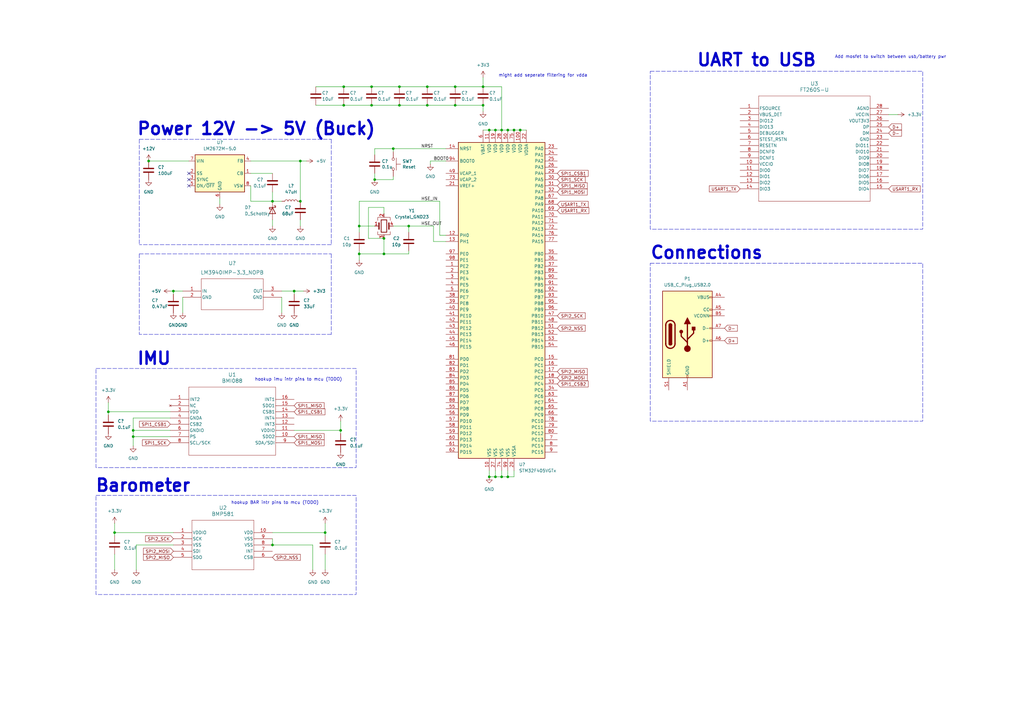
<source format=kicad_sch>
(kicad_sch (version 20231120) (generator "eeschema") (generator_version "8.0")
  (paper "A3")
  (lib_symbols
    (symbol "+3.3V_1" (power) (pin_numbers hide) (pin_names (offset 0) hide)
      (property "Value" "+3.3V" (at 0 3.556 0))
      (symbol "+3.3V_1_0_1"
        (polyline (pts (xy -0.762 1.27) (xy 0 2.54)))
        (polyline (pts (xy 0 0) (xy 0 2.54)))
        (polyline (pts (xy 0 2.54) (xy 0.762 1.27)))
      )
      (symbol "+3.3V_1_1_1"
        (pin power_in line (at 0 0 90) (length 0) (name "~") (number "1"))
      )
    )
    (symbol "+3.3V_2" (power) (pin_numbers hide) (pin_names (offset 0) hide)
      (property "Value" "+3.3V" (at 0 3.556 0))
      (symbol "+3.3V_2_0_1"
        (polyline (pts (xy -0.762 1.27) (xy 0 2.54)))
        (polyline (pts (xy 0 0) (xy 0 2.54)))
        (polyline (pts (xy 0 2.54) (xy 0.762 1.27)))
      )
      (symbol "+3.3V_2_1_1"
        (pin power_in line (at 0 0 90) (length 0) (name "~") (number "1"))
      )
    )
    (symbol "2024-07-02_00-57-41:LM3940IMP-3.3_NOPB" (pin_names (offset 0.254))
      (property "Reference" "U" (at 20.32 10.16 0))
      (property "Value" "LM3940IMP-3.3/NOPB" (at 20.32 7.62 0))
      (symbol "LM3940IMP-3.3_NOPB_0_1"
        (polyline (pts (xy 7.62 -7.62) (xy 33.02 -7.62)) (stroke (width 0.127)))
        (polyline (pts (xy 7.62 5.08) (xy 7.62 -7.62)) (stroke (width 0.127)))
        (polyline (pts (xy 33.02 -7.62) (xy 33.02 5.08)) (stroke (width 0.127)))
        (polyline (pts (xy 33.02 5.08) (xy 7.62 5.08)) (stroke (width 0.127)))
        (pin input line (at 0 0 0) (length 7.62) (name "IN") (number "1"))
        (pin passive line (at 0 -2.54 0) (length 7.62) (name "GND") (number "2"))
        (pin output line (at 40.64 0 180) (length 7.62) (name "OUT") (number "3"))
        (pin passive line (at 40.64 -2.54 180) (length 7.62) (name "GND") (number "4"))
      )
    )
    (symbol "2024-07-02_03-58-38:BMI088" (pin_names (offset 0.254))
      (property "Reference" "U" (at 25.4 10.16 0))
      (property "Value" "BMI088" (at 25.4 7.62 0))
      (symbol "BMI088_0_1"
        (polyline (pts (xy 7.62 -22.86) (xy 43.18 -22.86)) (stroke (width 0.127)))
        (polyline (pts (xy 7.62 5.08) (xy 7.62 -22.86)) (stroke (width 0.127)))
        (polyline (pts (xy 43.18 -22.86) (xy 43.18 5.08)) (stroke (width 0.127)))
        (polyline (pts (xy 43.18 5.08) (xy 7.62 5.08)) (stroke (width 0.127)))
        (pin bidirectional line (at 0 0 0) (length 7.62) (name "INT2") (number "1"))
        (pin bidirectional line (at 50.8 -15.24 180) (length 7.62) (name "SDO2") (number "10"))
        (pin power_in line (at 50.8 -12.7 180) (length 7.62) (name "VDDIO") (number "11"))
        (pin bidirectional line (at 50.8 -10.16 180) (length 7.62) (name "INT3") (number "12"))
        (pin bidirectional line (at 50.8 -7.62 180) (length 7.62) (name "INT4") (number "13"))
        (pin bidirectional line (at 50.8 -5.08 180) (length 7.62) (name "CSB1") (number "14"))
        (pin bidirectional line (at 50.8 -2.54 180) (length 7.62) (name "SDO1") (number "15"))
        (pin bidirectional line (at 50.8 0 180) (length 7.62) (name "INT1") (number "16"))
        (pin no_connect line (at 0 -2.54 0) (length 7.62) (name "NC") (number "2"))
        (pin power_in line (at 0 -5.08 0) (length 7.62) (name "VDD") (number "3"))
        (pin power_out line (at 0 -7.62 0) (length 7.62) (name "GNDA") (number "4"))
        (pin bidirectional line (at 0 -10.16 0) (length 7.62) (name "CSB2") (number "5"))
        (pin power_out line (at 0 -12.7 0) (length 7.62) (name "GNDIO") (number "6"))
        (pin unspecified line (at 0 -15.24 0) (length 7.62) (name "PS") (number "7"))
        (pin unspecified line (at 0 -17.78 0) (length 7.62) (name "SCL/SCK") (number "8"))
        (pin unspecified line (at 50.8 -17.78 180) (length 7.62) (name "SDA/SDI") (number "9"))
      )
    )
    (symbol "2024-07-02_16-23-39:BMP581" (pin_names (offset 0.254))
      (property "Reference" "U" (at 20.32 10.16 0))
      (property "Value" "BMP581" (at 20.32 7.62 0))
      (symbol "BMP581_0_1"
        (polyline (pts (xy 7.62 -15.24) (xy 33.02 -15.24)) (stroke (width 0.127)))
        (polyline (pts (xy 7.62 5.08) (xy 7.62 -15.24)) (stroke (width 0.127)))
        (polyline (pts (xy 33.02 -15.24) (xy 33.02 5.08)) (stroke (width 0.127)))
        (polyline (pts (xy 33.02 5.08) (xy 7.62 5.08)) (stroke (width 0.127)))
        (pin power_in line (at 0 0 0) (length 7.62) (name "VDDIO") (number "1"))
        (pin power_in line (at 40.64 0 180) (length 7.62) (name "VDD") (number "10"))
        (pin unspecified line (at 0 -2.54 0) (length 7.62) (name "SCK") (number "2"))
        (pin power_out line (at 0 -5.08 0) (length 7.62) (name "VSS") (number "3"))
        (pin unspecified line (at 0 -7.62 0) (length 7.62) (name "SDI") (number "4"))
        (pin unspecified line (at 0 -10.16 0) (length 7.62) (name "SDO") (number "5"))
        (pin unspecified line (at 40.64 -10.16 180) (length 7.62) (name "CSB") (number "6"))
        (pin input line (at 40.64 -7.62 180) (length 7.62) (name "INT") (number "7"))
        (pin power_out line (at 40.64 -5.08 180) (length 7.62) (name "VSS") (number "8"))
        (pin power_out line (at 40.64 -2.54 180) (length 7.62) (name "VSS") (number "9"))
      )
    )
    (symbol "2024-07-02_20-43-40:FT260S-U" (pin_names (offset 0.254))
      (property "Reference" "U" (at 30.48 10.16 0))
      (property "Value" "FT260S-U" (at 30.48 7.62 0))
      (symbol "FT260S-U_0_1"
        (polyline (pts (xy 7.62 -38.1) (xy 53.34 -38.1)) (stroke (width 0.127)))
        (polyline (pts (xy 7.62 5.08) (xy 7.62 -38.1)) (stroke (width 0.127)))
        (polyline (pts (xy 53.34 -38.1) (xy 53.34 5.08)) (stroke (width 0.127)))
        (polyline (pts (xy 53.34 5.08) (xy 7.62 5.08)) (stroke (width 0.127)))
        (pin power_in line (at 0 0 0) (length 7.62) (name "FSOURCE") (number "1"))
        (pin power_in line (at 0 -22.86 0) (length 7.62) (name "VCCIO") (number "10"))
        (pin bidirectional line (at 0 -25.4 0) (length 7.62) (name "DIO0") (number "11"))
        (pin bidirectional line (at 0 -27.94 0) (length 7.62) (name "DIO1") (number "12"))
        (pin bidirectional line (at 0 -30.48 0) (length 7.62) (name "DIO2") (number "13"))
        (pin bidirectional line (at 0 -33.02 0) (length 7.62) (name "DIO3") (number "14"))
        (pin bidirectional line (at 60.96 -33.02 180) (length 7.62) (name "DIO4") (number "15"))
        (pin bidirectional line (at 60.96 -30.48 180) (length 7.62) (name "DIO5") (number "16"))
        (pin bidirectional line (at 60.96 -27.94 180) (length 7.62) (name "DIO6") (number "17"))
        (pin bidirectional line (at 60.96 -25.4 180) (length 7.62) (name "DIO7") (number "18"))
        (pin bidirectional line (at 60.96 -22.86 180) (length 7.62) (name "DIO8") (number "19"))
        (pin input line (at 0 -2.54 0) (length 7.62) (name "VBUS_DET") (number "2"))
        (pin bidirectional line (at 60.96 -20.32 180) (length 7.62) (name "DIO9") (number "20"))
        (pin bidirectional line (at 60.96 -17.78 180) (length 7.62) (name "DIO10") (number "21"))
        (pin bidirectional line (at 60.96 -15.24 180) (length 7.62) (name "DIO11") (number "22"))
        (pin power_out line (at 60.96 -12.7 180) (length 7.62) (name "GND") (number "23"))
        (pin bidirectional line (at 60.96 -10.16 180) (length 7.62) (name "DM") (number "24"))
        (pin bidirectional line (at 60.96 -7.62 180) (length 7.62) (name "DP") (number "25"))
        (pin power_in line (at 60.96 -5.08 180) (length 7.62) (name "VOUT3V3") (number "26"))
        (pin power_in line (at 60.96 -2.54 180) (length 7.62) (name "VCCIN") (number "27"))
        (pin power_out line (at 60.96 0 180) (length 7.62) (name "AGND") (number "28"))
        (pin bidirectional line (at 0 -5.08 0) (length 7.62) (name "DIO12") (number "3"))
        (pin bidirectional line (at 0 -7.62 0) (length 7.62) (name "DIO13") (number "4"))
        (pin bidirectional line (at 0 -10.16 0) (length 7.62) (name "DEBUGGER") (number "5"))
        (pin input line (at 0 -12.7 0) (length 7.62) (name "STEST_RSTN") (number "6"))
        (pin input line (at 0 -15.24 0) (length 7.62) (name "RESETN") (number "7"))
        (pin input line (at 0 -17.78 0) (length 7.62) (name "DCNF0") (number "8"))
        (pin input line (at 0 -20.32 0) (length 7.62) (name "DCNF1") (number "9"))
      )
    )
    (symbol "Connector:USB_C_Plug_USB2.0" (pin_names (offset 1.016))
      (property "Reference" "P" (at -10.16 19.05 0))
      (property "Value" "USB_C_Plug_USB2.0" (at 12.7 19.05 0))
      (symbol "USB_C_Plug_USB2.0_0_0"
        (rectangle (start -0.254 -17.78) (end 0.254 -16.764))
        (rectangle (start 10.16 -2.286) (end 9.144 -2.794))
        (rectangle (start 10.16 2.794) (end 9.144 2.286))
        (rectangle (start 10.16 7.874) (end 9.144 7.366))
        (rectangle (start 10.16 10.414) (end 9.144 9.906))
        (rectangle (start 10.16 15.494) (end 9.144 14.986))
      )
      (symbol "USB_C_Plug_USB2.0_0_1"
        (rectangle (start -10.16 17.78) (end 10.16 -17.78) (stroke (width 0.254)) (fill (type background)))
        (arc (start -8.89 -3.81) (mid -6.985 -5.7067) (end -5.08 -3.81) (stroke (width 0.508)))
        (arc (start -7.62 -3.81) (mid -6.985 -4.4423) (end -6.35 -3.81) (stroke (width 0.254)))
        (arc (start -7.62 -3.81) (mid -6.985 -4.4423) (end -6.35 -3.81) (stroke (width 0.254)) (fill (type outline)))
        (rectangle (start -7.62 -3.81) (end -6.35 3.81) (stroke (width 0.254)) (fill (type outline)))
        (arc (start -6.35 3.81) (mid -6.985 4.4423) (end -7.62 3.81) (stroke (width 0.254)))
        (arc (start -6.35 3.81) (mid -6.985 4.4423) (end -7.62 3.81) (stroke (width 0.254)) (fill (type outline)))
        (arc (start -5.08 3.81) (mid -6.985 5.7067) (end -8.89 3.81) (stroke (width 0.508)))
        (circle (center -2.54 1.143) (radius 0.635) (stroke (width 0.254)) (fill (type outline)))
        (circle (center 0 -5.842) (radius 1.27) (fill (type outline)))
        (polyline (pts (xy -8.89 -3.81) (xy -8.89 3.81)) (stroke (width 0.508)))
        (polyline (pts (xy -5.08 3.81) (xy -5.08 -3.81)) (stroke (width 0.508)))
        (polyline (pts (xy 0 -5.842) (xy 0 4.318)) (stroke (width 0.508)))
        (polyline (pts (xy 0 -3.302) (xy -2.54 -0.762) (xy -2.54 0.508)) (stroke (width 0.508)))
        (polyline (pts (xy 0 -2.032) (xy 2.54 0.508) (xy 2.54 1.778)) (stroke (width 0.508)))
        (polyline (pts (xy -1.27 4.318) (xy 0 6.858) (xy 1.27 4.318) (xy -1.27 4.318)) (stroke (width 0.254)) (fill (type outline)))
        (rectangle (start 1.905 1.778) (end 3.175 3.048) (stroke (width 0.254)) (fill (type outline)))
      )
      (symbol "USB_C_Plug_USB2.0_1_1"
        (pin passive line (at 0 -22.86 90) (length 5.08) (name "GND") (number "A1"))
        (pin passive line (at 0 -22.86 90) (length 5.08) hide (name "GND") (number "A12"))
        (pin passive line (at 15.24 15.24 180) (length 5.08) (name "VBUS") (number "A4"))
        (pin bidirectional line (at 15.24 10.16 180) (length 5.08) (name "CC") (number "A5"))
        (pin bidirectional line (at 15.24 -2.54 180) (length 5.08) (name "D+") (number "A6"))
        (pin bidirectional line (at 15.24 2.54 180) (length 5.08) (name "D-") (number "A7"))
        (pin passive line (at 15.24 15.24 180) (length 5.08) hide (name "VBUS") (number "A9"))
        (pin passive line (at 0 -22.86 90) (length 5.08) hide (name "GND") (number "B1"))
        (pin passive line (at 0 -22.86 90) (length 5.08) hide (name "GND") (number "B12"))
        (pin passive line (at 15.24 15.24 180) (length 5.08) hide (name "VBUS") (number "B4"))
        (pin bidirectional line (at 15.24 7.62 180) (length 5.08) (name "VCONN") (number "B5"))
        (pin passive line (at 15.24 15.24 180) (length 5.08) hide (name "VBUS") (number "B9"))
        (pin passive line (at -7.62 -22.86 90) (length 5.08) (name "SHIELD") (number "S1"))
      )
    )
    (symbol "Device:C" (pin_numbers hide) (pin_names (offset 0.254))
      (property "Reference" "C" (at 0.635 2.54 0))
      (property "Value" "C" (at 0.635 -2.54 0))
      (symbol "C_0_1"
        (polyline (pts (xy -2.032 -0.762) (xy 2.032 -0.762)) (stroke (width 0.508)))
        (polyline (pts (xy -2.032 0.762) (xy 2.032 0.762)) (stroke (width 0.508)))
      )
      (symbol "C_1_1"
        (pin passive line (at 0 3.81 270) (length 2.794) (name "~") (number "1"))
        (pin passive line (at 0 -3.81 90) (length 2.794) (name "~") (number "2"))
      )
    )
    (symbol "Device:Crystal_GND23" (pin_names (offset 1.016) hide)
      (property "Reference" "Y" (at 3.175 5.08 0))
      (property "Value" "Crystal_GND23" (at 3.175 3.175 0))
      (symbol "Crystal_GND23_0_1"
        (rectangle (start -1.143 2.54) (end 1.143 -2.54) (stroke (width 0.3048)))
        (polyline (pts (xy -2.54 0) (xy -2.032 0)))
        (polyline (pts (xy -2.032 -1.27) (xy -2.032 1.27)) (stroke (width 0.508)))
        (polyline (pts (xy 0 -3.81) (xy 0 -3.556)))
        (polyline (pts (xy 0 3.556) (xy 0 3.81)))
        (polyline (pts (xy 2.032 -1.27) (xy 2.032 1.27)) (stroke (width 0.508)))
        (polyline (pts (xy 2.032 0) (xy 2.54 0)))
        (polyline (pts (xy -2.54 -2.286) (xy -2.54 -3.556) (xy 2.54 -3.556) (xy 2.54 -2.286)))
        (polyline (pts (xy -2.54 2.286) (xy -2.54 3.556) (xy 2.54 3.556) (xy 2.54 2.286)))
      )
      (symbol "Crystal_GND23_1_1"
        (pin passive line (at -3.81 0 0) (length 1.27) (name "1") (number "1"))
        (pin passive line (at 0 5.08 270) (length 1.27) (name "2") (number "2"))
        (pin passive line (at 0 -5.08 90) (length 1.27) (name "3") (number "3"))
        (pin passive line (at 3.81 0 180) (length 1.27) (name "4") (number "4"))
      )
    )
    (symbol "Device:D_Schottky" (pin_numbers hide) (pin_names (offset 1.016) hide)
      (property "Reference" "D" (at 0 2.54 0))
      (property "Value" "D_Schottky" (at 0 -2.54 0))
      (symbol "D_Schottky_0_1"
        (polyline (pts (xy 1.27 0) (xy -1.27 0)))
        (polyline (pts (xy 1.27 1.27) (xy 1.27 -1.27) (xy -1.27 0) (xy 1.27 1.27)) (stroke (width 0.254)))
        (polyline (pts (xy -1.905 0.635) (xy -1.905 1.27) (xy -1.27 1.27) (xy -1.27 -1.27) (xy -0.635 -1.27) (xy -0.635 -0.635)) (stroke (width 0.254)))
      )
      (symbol "D_Schottky_1_1"
        (pin passive line (at -3.81 0 0) (length 2.54) (name "K") (number "1"))
        (pin passive line (at 3.81 0 180) (length 2.54) (name "A") (number "2"))
      )
    )
    (symbol "Device:L" (pin_numbers hide) (pin_names (offset 1.016) hide)
      (property "Reference" "L" (at -1.27 0 90))
      (property "Value" "L" (at 1.905 0 90))
      (symbol "L_0_1"
        (arc (start 0 -2.54) (mid 0.6323 -1.905) (end 0 -1.27))
        (arc (start 0 -1.27) (mid 0.6323 -0.635) (end 0 0))
        (arc (start 0 0) (mid 0.6323 0.635) (end 0 1.27))
        (arc (start 0 1.27) (mid 0.6323 1.905) (end 0 2.54))
      )
      (symbol "L_1_1"
        (pin passive line (at 0 3.81 270) (length 1.27) (name "1") (number "1"))
        (pin passive line (at 0 -3.81 90) (length 1.27) (name "2") (number "2"))
      )
    )
    (symbol "GND_1" (power) (pin_numbers hide) (pin_names (offset 0) hide)
      (property "Value" "GND" (at 0 -3.81 0))
      (symbol "GND_1_0_1"
        (polyline (pts (xy 0 0) (xy 0 -1.27) (xy 1.27 -1.27) (xy 0 -2.54) (xy -1.27 -1.27) (xy 0 -1.27)))
      )
      (symbol "GND_1_1_1"
        (pin power_in line (at 0 0 270) (length 0) (name "~") (number "1"))
      )
    )
    (symbol "GND_2" (power) (pin_numbers hide) (pin_names (offset 0) hide)
      (property "Value" "GND" (at 0 -3.81 0))
      (symbol "GND_2_0_1"
        (polyline (pts (xy 0 0) (xy 0 -1.27) (xy 1.27 -1.27) (xy 0 -2.54) (xy -1.27 -1.27) (xy 0 -1.27)))
      )
      (symbol "GND_2_1_1"
        (pin power_in line (at 0 0 270) (length 0) (name "~") (number "1"))
      )
    )
    (symbol "GND_3" (power) (pin_numbers hide) (pin_names (offset 0) hide)
      (property "Value" "GND" (at 0 -3.81 0))
      (symbol "GND_3_0_1"
        (polyline (pts (xy 0 0) (xy 0 -1.27) (xy 1.27 -1.27) (xy 0 -2.54) (xy -1.27 -1.27) (xy 0 -1.27)))
      )
      (symbol "GND_3_1_1"
        (pin power_in line (at 0 0 270) (length 0) (name "~") (number "1"))
      )
    )
    (symbol "MCU_ST_STM32F4:STM32F405VGTx"
      (property "Reference" "U" (at -17.78 64.77 0))
      (property "Value" "STM32F405VGTx" (at 12.7 64.77 0))
      (symbol "STM32F405VGTx_0_1"
        (rectangle (start -17.78 -66.04) (end 17.78 63.5) (stroke (width 0.254)) (fill (type background)))
      )
      (symbol "STM32F405VGTx_1_1"
        (pin bidirectional line (at -22.86 12.7 0) (length 5.08) (name "PE2") (number "1"))
        (pin power_in line (at -5.08 -71.12 90) (length 5.08) (name "VSS") (number "10"))
        (pin power_in line (at 7.62 68.58 270) (length 5.08) (name "VDD") (number "100"))
        (pin power_in line (at -5.08 68.58 270) (length 5.08) (name "VDD") (number "11"))
        (pin input line (at -22.86 25.4 0) (length 5.08) (name "PH0") (number "12"))
        (pin input line (at -22.86 22.86 0) (length 5.08) (name "PH1") (number "13"))
        (pin input line (at -22.86 60.96 0) (length 5.08) (name "NRST") (number "14"))
        (pin bidirectional line (at 22.86 -25.4 180) (length 5.08) (name "PC0") (number "15"))
        (pin bidirectional line (at 22.86 -27.94 180) (length 5.08) (name "PC1") (number "16"))
        (pin bidirectional line (at 22.86 -30.48 180) (length 5.08) (name "PC2") (number "17"))
        (pin bidirectional line (at 22.86 -33.02 180) (length 5.08) (name "PC3") (number "18"))
        (pin power_in line (at -2.54 68.58 270) (length 5.08) (name "VDD") (number "19"))
        (pin bidirectional line (at -22.86 10.16 0) (length 5.08) (name "PE3") (number "2"))
        (pin power_in line (at 5.08 -71.12 90) (length 5.08) (name "VSSA") (number "20"))
        (pin power_in line (at -22.86 45.72 0) (length 5.08) (name "VREF+") (number "21"))
        (pin power_in line (at 10.16 68.58 270) (length 5.08) (name "VDDA") (number "22"))
        (pin bidirectional line (at 22.86 60.96 180) (length 5.08) (name "PA0") (number "23"))
        (pin bidirectional line (at 22.86 58.42 180) (length 5.08) (name "PA1") (number "24"))
        (pin bidirectional line (at 22.86 55.88 180) (length 5.08) (name "PA2") (number "25"))
        (pin bidirectional line (at 22.86 53.34 180) (length 5.08) (name "PA3") (number "26"))
        (pin power_in line (at -2.54 -71.12 90) (length 5.08) (name "VSS") (number "27"))
        (pin power_in line (at 0 68.58 270) (length 5.08) (name "VDD") (number "28"))
        (pin bidirectional line (at 22.86 50.8 180) (length 5.08) (name "PA4") (number "29"))
        (pin bidirectional line (at -22.86 7.62 0) (length 5.08) (name "PE4") (number "3"))
        (pin bidirectional line (at 22.86 48.26 180) (length 5.08) (name "PA5") (number "30"))
        (pin bidirectional line (at 22.86 45.72 180) (length 5.08) (name "PA6") (number "31"))
        (pin bidirectional line (at 22.86 43.18 180) (length 5.08) (name "PA7") (number "32"))
        (pin bidirectional line (at 22.86 -35.56 180) (length 5.08) (name "PC4") (number "33"))
        (pin bidirectional line (at 22.86 -38.1 180) (length 5.08) (name "PC5") (number "34"))
        (pin bidirectional line (at 22.86 17.78 180) (length 5.08) (name "PB0") (number "35"))
        (pin bidirectional line (at 22.86 15.24 180) (length 5.08) (name "PB1") (number "36"))
        (pin bidirectional line (at 22.86 12.7 180) (length 5.08) (name "PB2") (number "37"))
        (pin bidirectional line (at -22.86 0 0) (length 5.08) (name "PE7") (number "38"))
        (pin bidirectional line (at -22.86 -2.54 0) (length 5.08) (name "PE8") (number "39"))
        (pin bidirectional line (at -22.86 5.08 0) (length 5.08) (name "PE5") (number "4"))
        (pin bidirectional line (at -22.86 -5.08 0) (length 5.08) (name "PE9") (number "40"))
        (pin bidirectional line (at -22.86 -7.62 0) (length 5.08) (name "PE10") (number "41"))
        (pin bidirectional line (at -22.86 -10.16 0) (length 5.08) (name "PE11") (number "42"))
        (pin bidirectional line (at -22.86 -12.7 0) (length 5.08) (name "PE12") (number "43"))
        (pin bidirectional line (at -22.86 -15.24 0) (length 5.08) (name "PE13") (number "44"))
        (pin bidirectional line (at -22.86 -17.78 0) (length 5.08) (name "PE14") (number "45"))
        (pin bidirectional line (at -22.86 -20.32 0) (length 5.08) (name "PE15") (number "46"))
        (pin bidirectional line (at 22.86 -7.62 180) (length 5.08) (name "PB10") (number "47"))
        (pin bidirectional line (at 22.86 -10.16 180) (length 5.08) (name "PB11") (number "48"))
        (pin power_in line (at -22.86 50.8 0) (length 5.08) (name "VCAP_1") (number "49"))
        (pin bidirectional line (at -22.86 2.54 0) (length 5.08) (name "PE6") (number "5"))
        (pin power_in line (at 2.54 68.58 270) (length 5.08) (name "VDD") (number "50"))
        (pin bidirectional line (at 22.86 -12.7 180) (length 5.08) (name "PB12") (number "51"))
        (pin bidirectional line (at 22.86 -15.24 180) (length 5.08) (name "PB13") (number "52"))
        (pin bidirectional line (at 22.86 -17.78 180) (length 5.08) (name "PB14") (number "53"))
        (pin bidirectional line (at 22.86 -20.32 180) (length 5.08) (name "PB15") (number "54"))
        (pin bidirectional line (at -22.86 -45.72 0) (length 5.08) (name "PD8") (number "55"))
        (pin bidirectional line (at -22.86 -48.26 0) (length 5.08) (name "PD9") (number "56"))
        (pin bidirectional line (at -22.86 -50.8 0) (length 5.08) (name "PD10") (number "57"))
        (pin bidirectional line (at -22.86 -53.34 0) (length 5.08) (name "PD11") (number "58"))
        (pin bidirectional line (at -22.86 -55.88 0) (length 5.08) (name "PD12") (number "59"))
        (pin power_in line (at -7.62 68.58 270) (length 5.08) (name "VBAT") (number "6"))
        (pin bidirectional line (at -22.86 -58.42 0) (length 5.08) (name "PD13") (number "60"))
        (pin bidirectional line (at -22.86 -60.96 0) (length 5.08) (name "PD14") (number "61"))
        (pin bidirectional line (at -22.86 -63.5 0) (length 5.08) (name "PD15") (number "62"))
        (pin bidirectional line (at 22.86 -40.64 180) (length 5.08) (name "PC6") (number "63"))
        (pin bidirectional line (at 22.86 -43.18 180) (length 5.08) (name "PC7") (number "64"))
        (pin bidirectional line (at 22.86 -45.72 180) (length 5.08) (name "PC8") (number "65"))
        (pin bidirectional line (at 22.86 -48.26 180) (length 5.08) (name "PC9") (number "66"))
        (pin bidirectional line (at 22.86 40.64 180) (length 5.08) (name "PA8") (number "67"))
        (pin bidirectional line (at 22.86 38.1 180) (length 5.08) (name "PA9") (number "68"))
        (pin bidirectional line (at 22.86 35.56 180) (length 5.08) (name "PA10") (number "69"))
        (pin bidirectional line (at 22.86 -58.42 180) (length 5.08) (name "PC13") (number "7"))
        (pin bidirectional line (at 22.86 33.02 180) (length 5.08) (name "PA11") (number "70"))
        (pin bidirectional line (at 22.86 30.48 180) (length 5.08) (name "PA12") (number "71"))
        (pin bidirectional line (at 22.86 27.94 180) (length 5.08) (name "PA13") (number "72"))
        (pin power_in line (at -22.86 48.26 0) (length 5.08) (name "VCAP_2") (number "73"))
        (pin power_in line (at 0 -71.12 90) (length 5.08) (name "VSS") (number "74"))
        (pin power_in line (at 5.08 68.58 270) (length 5.08) (name "VDD") (number "75"))
        (pin bidirectional line (at 22.86 25.4 180) (length 5.08) (name "PA14") (number "76"))
        (pin bidirectional line (at 22.86 22.86 180) (length 5.08) (name "PA15") (number "77"))
        (pin bidirectional line (at 22.86 -50.8 180) (length 5.08) (name "PC10") (number "78"))
        (pin bidirectional line (at 22.86 -53.34 180) (length 5.08) (name "PC11") (number "79"))
        (pin bidirectional line (at 22.86 -60.96 180) (length 5.08) (name "PC14") (number "8"))
        (pin bidirectional line (at 22.86 -55.88 180) (length 5.08) (name "PC12") (number "80"))
        (pin bidirectional line (at -22.86 -25.4 0) (length 5.08) (name "PD0") (number "81"))
        (pin bidirectional line (at -22.86 -27.94 0) (length 5.08) (name "PD1") (number "82"))
        (pin bidirectional line (at -22.86 -30.48 0) (length 5.08) (name "PD2") (number "83"))
        (pin bidirectional line (at -22.86 -33.02 0) (length 5.08) (name "PD3") (number "84"))
        (pin bidirectional line (at -22.86 -35.56 0) (length 5.08) (name "PD4") (number "85"))
        (pin bidirectional line (at -22.86 -38.1 0) (length 5.08) (name "PD5") (number "86"))
        (pin bidirectional line (at -22.86 -40.64 0) (length 5.08) (name "PD6") (number "87"))
        (pin bidirectional line (at -22.86 -43.18 0) (length 5.08) (name "PD7") (number "88"))
        (pin bidirectional line (at 22.86 10.16 180) (length 5.08) (name "PB3") (number "89"))
        (pin bidirectional line (at 22.86 -63.5 180) (length 5.08) (name "PC15") (number "9"))
        (pin bidirectional line (at 22.86 7.62 180) (length 5.08) (name "PB4") (number "90"))
        (pin bidirectional line (at 22.86 5.08 180) (length 5.08) (name "PB5") (number "91"))
        (pin bidirectional line (at 22.86 2.54 180) (length 5.08) (name "PB6") (number "92"))
        (pin bidirectional line (at 22.86 0 180) (length 5.08) (name "PB7") (number "93"))
        (pin input line (at -22.86 55.88 0) (length 5.08) (name "BOOT0") (number "94"))
        (pin bidirectional line (at 22.86 -2.54 180) (length 5.08) (name "PB8") (number "95"))
        (pin bidirectional line (at 22.86 -5.08 180) (length 5.08) (name "PB9") (number "96"))
        (pin bidirectional line (at -22.86 17.78 0) (length 5.08) (name "PE0") (number "97"))
        (pin bidirectional line (at -22.86 15.24 0) (length 5.08) (name "PE1") (number "98"))
        (pin power_in line (at 2.54 -71.12 90) (length 5.08) (name "VSS") (number "99"))
      )
    )
    (symbol "Regulator_Switching:LM2672M-5.0"
      (property "Reference" "U" (at -10.16 8.89 0))
      (property "Value" "LM2672M-5.0" (at 0 8.89 0))
      (symbol "LM2672M-5.0_0_1"
        (rectangle (start -10.16 7.62) (end 10.16 -7.62) (stroke (width 0.254)) (fill (type background)))
      )
      (symbol "LM2672M-5.0_1_1"
        (pin input line (at 12.7 0 180) (length 2.54) (name "CB") (number "1"))
        (pin input line (at -12.7 0 0) (length 2.54) (name "SS") (number "2"))
        (pin input line (at -12.7 -2.54 0) (length 2.54) (name "SYNC") (number "3"))
        (pin input line (at 12.7 5.08 180) (length 2.54) (name "FB") (number "4"))
        (pin input line (at -12.7 -5.08 0) (length 2.54) (name "ON/~{OFF}") (number "5"))
        (pin power_in line (at 0 -10.16 90) (length 2.54) (name "GND") (number "6"))
        (pin power_in line (at -12.7 5.08 0) (length 2.54) (name "VIN") (number "7"))
        (pin output line (at 12.7 -5.08 180) (length 2.54) (name "VSW") (number "8"))
      )
    )
    (symbol "Switch:SW_Push" (pin_numbers hide) (pin_names (offset 1.016) hide)
      (property "Reference" "SW" (at 1.27 2.54 0))
      (property "Value" "SW_Push" (at 0 -1.524 0))
      (symbol "SW_Push_0_1"
        (circle (center -2.032 0) (radius 0.508))
        (polyline (pts (xy 0 1.27) (xy 0 3.048)))
        (polyline (pts (xy 2.54 1.27) (xy -2.54 1.27)))
        (circle (center 2.032 0) (radius 0.508))
        (pin passive line (at -5.08 0 0) (length 2.54) (name "1") (number "1"))
        (pin passive line (at 5.08 0 180) (length 2.54) (name "2") (number "2"))
      )
    )
    (symbol "power:+12V" (power) (pin_names (offset 0))
      (property "Value" "+12V" (at 0 3.556 0))
      (symbol "+12V_0_1"
        (polyline (pts (xy -0.762 1.27) (xy 0 2.54)))
        (polyline (pts (xy 0 0) (xy 0 2.54)))
        (polyline (pts (xy 0 2.54) (xy 0.762 1.27)))
      )
      (symbol "+12V_1_1"
        (pin power_in line (at 0 0 90) (length 0) hide (name "+12V") (number "1"))
      )
    )
    (symbol "power:+3.3V" (power) (pin_names (offset 0))
      (property "Value" "+3.3V" (at 0 3.556 0))
      (symbol "+3.3V_0_1"
        (polyline (pts (xy -0.762 1.27) (xy 0 2.54)))
        (polyline (pts (xy 0 0) (xy 0 2.54)))
        (polyline (pts (xy 0 2.54) (xy 0.762 1.27)))
      )
      (symbol "+3.3V_1_1"
        (pin power_in line (at 0 0 90) (length 0) hide (name "+3V3") (number "1"))
      )
    )
    (symbol "power:+5V" (power) (pin_names (offset 0))
      (property "Value" "+5V" (at 0 3.556 0))
      (symbol "+5V_0_1"
        (polyline (pts (xy -0.762 1.27) (xy 0 2.54)))
        (polyline (pts (xy 0 0) (xy 0 2.54)))
        (polyline (pts (xy 0 2.54) (xy 0.762 1.27)))
      )
      (symbol "+5V_1_1"
        (pin power_in line (at 0 0 90) (length 0) hide (name "+5V") (number "1"))
      )
    )
    (symbol "power:GND" (power) (pin_names (offset 0))
      (property "Value" "GND" (at 0 -3.81 0))
      (symbol "GND_0_1"
        (polyline (pts (xy 0 0) (xy 0 -1.27) (xy 1.27 -1.27) (xy 0 -2.54) (xy -1.27 -1.27) (xy 0 -1.27)))
      )
      (symbol "GND_1_1"
        (pin power_in line (at 0 0 270) (length 0) hide (name "GND") (number "1"))
      )
    )
  )
  (junction (at 208.28 53.34))
  (junction (at 198.12 43.18))
  (junction (at 133.35 218.44))
  (junction (at 140.97 43.18))
  (junction (at 152.4 35.56))
  (junction (at 54.61 179.07))
  (junction (at 163.83 43.18))
  (junction (at 123.19 82.55))
  (junction (at 203.2 53.34))
  (junction (at 139.7 176.53))
  (junction (at 205.74 195.58))
  (junction (at 152.4 43.18))
  (junction (at 208.28 195.58))
  (junction (at 71.12 119.38))
  (junction (at 186.69 35.56))
  (junction (at 198.12 35.56))
  (junction (at 123.19 66.04))
  (junction (at 140.97 35.56))
  (junction (at 157.48 97.79))
  (junction (at 200.66 53.34))
  (junction (at 147.32 104.14))
  (junction (at 111.76 223.52))
  (junction (at 60.96 66.04))
  (junction (at 111.76 82.55))
  (junction (at 175.26 35.56))
  (junction (at 186.69 43.18))
  (junction (at 200.66 195.58))
  (junction (at 205.74 53.34))
  (junction (at 213.36 53.34))
  (junction (at 161.29 60.96))
  (junction (at 147.32 92.71))
  (junction (at 120.65 119.38))
  (junction (at 46.99 218.44))
  (junction (at 54.61 176.53))
  (junction (at 203.2 195.58))
  (junction (at 163.83 35.56))
  (junction (at 167.64 92.71))
  (junction (at 157.48 104.14))
  (junction (at 44.45 168.91))
  (junction (at 210.82 53.34))
  (junction (at 175.26 43.18))
  (junction (at 153.67 73.66))
  (no_connect (at 77.47 71.12))
  (no_connect (at 77.47 73.66))
  (no_connect (at 77.47 76.2))
  (wire (pts (xy 182.88 66.04) (xy 176.53 66.04)))
  (wire (pts (xy 123.19 66.04) (xy 123.19 82.55)))
  (wire (pts (xy 44.45 165.1) (xy 44.45 168.91)))
  (wire (pts (xy 120.65 176.53) (xy 139.7 176.53)))
  (wire (pts (xy 102.87 82.55) (xy 111.76 82.55)))
  (wire (pts (xy 175.26 43.18) (xy 186.69 43.18)))
  (wire (pts (xy 153.67 71.12) (xy 153.67 73.66)))
  (wire (pts (xy 111.76 90.17) (xy 111.76 92.71)))
  (wire (pts (xy 205.74 193.04) (xy 205.74 195.58)))
  (polyline (pts (xy 135.89 100.33) (xy 57.15 100.33)) (stroke (width 0) (type dash)))
  (polyline (pts (xy 135.89 104.14) (xy 135.89 137.16)) (stroke (width 0) (type dash)))
  (wire (pts (xy 205.74 35.56) (xy 198.12 35.56)))
  (wire (pts (xy 147.32 95.25) (xy 147.32 92.71)))
  (wire (pts (xy 115.57 121.92) (xy 115.57 128.27)))
  (wire (pts (xy 208.28 193.04) (xy 208.28 195.58)))
  (wire (pts (xy 198.12 31.75) (xy 198.12 35.56)))
  (wire (pts (xy 198.12 53.34) (xy 200.66 53.34)))
  (wire (pts (xy 74.93 121.92) (xy 74.93 128.27)))
  (wire (pts (xy 55.88 223.52) (xy 71.12 223.52)))
  (wire (pts (xy 208.28 53.34) (xy 210.82 53.34)))
  (wire (pts (xy 147.32 104.14) (xy 147.32 106.68)))
  (wire (pts (xy 102.87 82.55) (xy 102.87 76.2)))
  (polyline (pts (xy 57.15 104.14) (xy 57.15 137.16)) (stroke (width 0) (type dash)))
  (wire (pts (xy 46.99 214.63) (xy 46.99 218.44)))
  (wire (pts (xy 208.28 195.58) (xy 205.74 195.58)))
  (wire (pts (xy 71.12 119.38) (xy 74.93 119.38)))
  (wire (pts (xy 102.87 66.04) (xy 123.19 66.04)))
  (wire (pts (xy 210.82 53.34) (xy 213.36 53.34)))
  (wire (pts (xy 205.74 35.56) (xy 205.74 53.34)))
  (wire (pts (xy 128.27 223.52) (xy 111.76 223.52)))
  (wire (pts (xy 147.32 102.87) (xy 147.32 104.14)))
  (wire (pts (xy 157.48 104.14) (xy 167.64 104.14)))
  (polyline (pts (xy 57.15 57.15) (xy 57.15 100.33)) (stroke (width 0) (type dash)))
  (wire (pts (xy 147.32 92.71) (xy 147.32 82.55)))
  (wire (pts (xy 198.12 43.18) (xy 198.12 45.72)))
  (wire (pts (xy 203.2 195.58) (xy 200.66 195.58)))
  (wire (pts (xy 153.67 63.5) (xy 153.67 60.96)))
  (wire (pts (xy 55.88 233.68) (xy 55.88 223.52)))
  (wire (pts (xy 205.74 195.58) (xy 203.2 195.58)))
  (wire (pts (xy 152.4 35.56) (xy 163.83 35.56)))
  (wire (pts (xy 177.8 99.06) (xy 182.88 99.06)))
  (wire (pts (xy 69.85 176.53) (xy 54.61 176.53)))
  (wire (pts (xy 54.61 171.45) (xy 54.61 176.53)))
  (wire (pts (xy 46.99 233.68) (xy 46.99 227.33)))
  (polyline (pts (xy 57.15 57.15) (xy 135.89 57.15)) (stroke (width 0) (type dash)))
  (wire (pts (xy 167.64 92.71) (xy 177.8 92.71)))
  (wire (pts (xy 203.2 193.04) (xy 203.2 195.58)))
  (wire (pts (xy 167.64 92.71) (xy 167.64 95.25)))
  (wire (pts (xy 120.65 120.65) (xy 120.65 119.38)))
  (wire (pts (xy 151.13 85.09) (xy 151.13 97.79)))
  (wire (pts (xy 163.83 43.18) (xy 175.26 43.18)))
  (wire (pts (xy 176.53 66.04) (xy 176.53 67.31)))
  (wire (pts (xy 111.76 218.44) (xy 133.35 218.44)))
  (wire (pts (xy 140.97 43.18) (xy 152.4 43.18)))
  (wire (pts (xy 147.32 82.55) (xy 180.34 82.55)))
  (wire (pts (xy 90.17 81.28) (xy 90.17 83.82)))
  (wire (pts (xy 177.8 92.71) (xy 177.8 99.06)))
  (wire (pts (xy 161.29 60.96) (xy 182.88 60.96)))
  (wire (pts (xy 128.27 233.68) (xy 128.27 223.52)))
  (wire (pts (xy 139.7 172.72) (xy 139.7 176.53)))
  (wire (pts (xy 364.49 46.99) (xy 368.3 46.99)))
  (wire (pts (xy 46.99 218.44) (xy 46.99 219.71)))
  (wire (pts (xy 153.67 73.66) (xy 161.29 73.66)))
  (wire (pts (xy 120.65 119.38) (xy 115.57 119.38)))
  (wire (pts (xy 175.26 35.56) (xy 186.69 35.56)))
  (wire (pts (xy 111.76 82.55) (xy 111.76 78.74)))
  (wire (pts (xy 213.36 53.34) (xy 215.9 53.34)))
  (wire (pts (xy 54.61 179.07) (xy 54.61 182.88)))
  (polyline (pts (xy 135.89 57.15) (xy 135.89 100.33)) (stroke (width 0) (type dash)))
  (wire (pts (xy 163.83 35.56) (xy 175.26 35.56)))
  (wire (pts (xy 147.32 92.71) (xy 153.67 92.71)))
  (wire (pts (xy 186.69 35.56) (xy 198.12 35.56)))
  (wire (pts (xy 157.48 85.09) (xy 151.13 85.09)))
  (wire (pts (xy 200.66 193.04) (xy 200.66 195.58)))
  (wire (pts (xy 210.82 195.58) (xy 208.28 195.58)))
  (wire (pts (xy 157.48 87.63) (xy 157.48 85.09)))
  (wire (pts (xy 200.66 53.34) (xy 203.2 53.34)))
  (wire (pts (xy 180.34 82.55) (xy 180.34 96.52)))
  (wire (pts (xy 69.85 179.07) (xy 54.61 179.07)))
  (wire (pts (xy 46.99 218.44) (xy 71.12 218.44)))
  (wire (pts (xy 161.29 92.71) (xy 167.64 92.71)))
  (polyline (pts (xy 135.89 137.16) (xy 57.15 137.16)) (stroke (width 0) (type dash)))
  (wire (pts (xy 153.67 60.96) (xy 161.29 60.96)))
  (wire (pts (xy 186.69 43.18) (xy 198.12 43.18)))
  (wire (pts (xy 161.29 73.66) (xy 161.29 72.39)))
  (wire (pts (xy 123.19 90.17) (xy 123.19 92.71)))
  (wire (pts (xy 203.2 53.34) (xy 205.74 53.34)))
  (wire (pts (xy 139.7 176.53) (xy 139.7 177.8)))
  (wire (pts (xy 133.35 214.63) (xy 133.35 218.44)))
  (wire (pts (xy 161.29 60.96) (xy 161.29 62.23)))
  (wire (pts (xy 151.13 97.79) (xy 157.48 97.79)))
  (wire (pts (xy 120.65 119.38) (xy 124.46 119.38)))
  (wire (pts (xy 69.85 119.38) (xy 71.12 119.38)))
  (wire (pts (xy 167.64 104.14) (xy 167.64 102.87)))
  (wire (pts (xy 147.32 104.14) (xy 157.48 104.14)))
  (wire (pts (xy 133.35 218.44) (xy 133.35 219.71)))
  (wire (pts (xy 129.54 43.18) (xy 140.97 43.18)))
  (wire (pts (xy 111.76 82.55) (xy 115.57 82.55)))
  (wire (pts (xy 140.97 35.56) (xy 152.4 35.56)))
  (wire (pts (xy 180.34 96.52) (xy 182.88 96.52)))
  (wire (pts (xy 129.54 35.56) (xy 140.97 35.56)))
  (wire (pts (xy 102.87 71.12) (xy 111.76 71.12)))
  (polyline (pts (xy 57.15 104.14) (xy 135.89 104.14)) (stroke (width 0) (type dash)))
  (wire (pts (xy 133.35 233.68) (xy 133.35 227.33)))
  (wire (pts (xy 111.76 220.98) (xy 111.76 223.52)))
  (wire (pts (xy 157.48 97.79) (xy 157.48 104.14)))
  (wire (pts (xy 205.74 53.34) (xy 208.28 53.34)))
  (wire (pts (xy 44.45 168.91) (xy 69.85 168.91)))
  (wire (pts (xy 44.45 168.91) (xy 44.45 170.18)))
  (wire (pts (xy 71.12 119.38) (xy 71.12 120.65)))
  (wire (pts (xy 123.19 66.04) (xy 125.73 66.04)))
  (wire (pts (xy 152.4 43.18) (xy 163.83 43.18)))
  (wire (pts (xy 60.96 66.04) (xy 77.47 66.04)))
  (wire (pts (xy 210.82 193.04) (xy 210.82 195.58)))
  (wire (pts (xy 69.85 171.45) (xy 54.61 171.45)))
  (wire (pts (xy 54.61 176.53) (xy 54.61 179.07)))
  (rectangle (start 39.37 151.13) (end 146.05 191.77) (stroke (width 0) (type dash)))
  (rectangle (start 39.37 203.2) (end 146.05 243.84) (stroke (width 0) (type dash)))
  (rectangle (start 266.7 107.95) (end 378.46 172.72) (stroke (width 0) (type dash)))
  (rectangle (start 266.7 29.21) (end 378.46 93.98) (stroke (width 0) (type dash)))
  (text "Connections\n" (at 266.446 106.68 0) (effects (font (size 5 5) (bold yes)) (justify left bottom)))
  (text "UART to USB\n" (at 285.496 27.686 0) (effects (font (size 5 5) (bold yes)) (justify left bottom)))
  (text "hookup BAR intr pins to mcu (TODO)\n" (at 112.776 206.248 0) (effects (font (size 1.27 1.27))))
  (text "Barometer\n" (at 38.862 202.184 0) (effects (font (size 5 5) (bold yes)) (justify left bottom)))
  (text "hookup imu intr pins to mcu (TODO)\n" (at 122.428 155.702 0) (effects (font (size 1.27 1.27))))
  (text "might add seperate filtering for vdda\n" (at 204.47 31.75 0) (effects (font (size 1.27 1.27)) (justify left bottom)))
  (text "Add mosfet to switch between usb/battery pwr" (at 365.252 23.368 0) (effects (font (size 1.27 1.27))))
  (text "Power 12V -> 5V (Buck)" (at 55.88 55.88 0) (effects (font (size 5 5) (bold yes)) (justify left bottom)))
  (text "IMU\n" (at 55.88 150.114 0) (effects (font (size 5 5) (bold yes)) (justify left bottom)))
  (label "BOOT0" (at 177.8 66.04 0))
  (label "HSE_IN" (at 172.72 82.55 0))
  (label "NRST" (at 172.72 60.96 0))
  (label "HSE_OUT" (at 172.72 92.71 0))
  (global_label "D+" (shape input) (at 297.18 139.7 0) (property "Intersheetrefs" "${INTERSHEET_REFS}" (effects (hide yes))))
  (global_label "SPI1_CSB1" (shape input) (at 120.65 168.91 0) (property "Intersheetrefs" "${INTERSHEET_REFS}" (effects (hide yes))))
  (global_label "SPI2_MISO" (shape input) (at 71.12 228.6 180) (property "Intersheetrefs" "${INTERSHEET_REFS}" (effects (hide yes))))
  (global_label "USART1_TX" (shape input) (at 303.53 77.47 180) (property "Intersheetrefs" "${INTERSHEET_REFS}" (effects (hide yes))))
  (global_label "USART1_RX" (shape input) (at 364.49 77.47 0) (property "Intersheetrefs" "${INTERSHEET_REFS}" (effects (hide yes))))
  (global_label "SPI1_MISO" (shape input) (at 120.65 166.37 0) (property "Intersheetrefs" "${INTERSHEET_REFS}" (effects (hide yes))))
  (global_label "SPI2_MOSI" (shape input) (at 71.12 226.06 180) (property "Intersheetrefs" "${INTERSHEET_REFS}" (effects (hide yes))))
  (global_label "SPI1_MISO" (shape input) (at 228.6 76.2 0) (property "Intersheetrefs" "${INTERSHEET_REFS}" (effects (hide yes))))
  (global_label "SPI1_MOSI" (shape input) (at 120.65 181.61 0) (property "Intersheetrefs" "${INTERSHEET_REFS}" (effects (hide yes))))
  (global_label "SPI2_MISO" (shape input) (at 228.6 152.4 0) (property "Intersheetrefs" "${INTERSHEET_REFS}" (effects (hide yes))))
  (global_label "USART1_RX" (shape input) (at 228.6 86.36 0) (property "Intersheetrefs" "${INTERSHEET_REFS}" (effects (hide yes))))
  (global_label "USART1_TX" (shape input) (at 228.6 83.82 0) (property "Intersheetrefs" "${INTERSHEET_REFS}" (effects (hide yes))))
  (global_label "SPI1_SCK" (shape input) (at 228.6 73.66 0) (property "Intersheetrefs" "${INTERSHEET_REFS}" (effects (hide yes))))
  (global_label "D-" (shape input) (at 297.18 134.62 0) (property "Intersheetrefs" "${INTERSHEET_REFS}" (effects (hide yes))))
  (global_label "SPI2_NSS" (shape input) (at 228.6 134.62 0) (property "Intersheetrefs" "${INTERSHEET_REFS}" (effects (hide yes))))
  (global_label "SPI2_SCK" (shape input) (at 228.6 129.54 0) (property "Intersheetrefs" "${INTERSHEET_REFS}" (effects (hide yes))))
  (global_label "D+" (shape input) (at 364.49 52.07 0) (property "Intersheetrefs" "${INTERSHEET_REFS}" (effects (hide yes))))
  (global_label "SPI1_MOSI" (shape input) (at 228.6 78.74 0) (property "Intersheetrefs" "${INTERSHEET_REFS}" (effects (hide yes))))
  (global_label "SPI1_CSB1" (shape input) (at 69.85 173.99 180) (property "Intersheetrefs" "${INTERSHEET_REFS}" (effects (hide yes))))
  (global_label "SPI2_NSS" (shape input) (at 111.76 228.6 0) (property "Intersheetrefs" "${INTERSHEET_REFS}" (effects (hide yes))))
  (global_label "D-" (shape input) (at 364.49 54.61 0) (property "Intersheetrefs" "${INTERSHEET_REFS}" (effects (hide yes))))
  (global_label "SPI1_CSB1" (shape input) (at 228.6 71.12 0) (property "Intersheetrefs" "${INTERSHEET_REFS}" (effects (hide yes))))
  (global_label "SPI2_MOSI" (shape input) (at 228.6 154.94 0) (property "Intersheetrefs" "${INTERSHEET_REFS}" (effects (hide yes))))
  (global_label "SPI1_SCK" (shape input) (at 69.85 181.61 180) (property "Intersheetrefs" "${INTERSHEET_REFS}" (effects (hide yes))))
  (global_label "SPI2_SCK" (shape input) (at 71.12 220.98 180) (property "Intersheetrefs" "${INTERSHEET_REFS}" (effects (hide yes))))
  (global_label "SPI1_CSB2" (shape input) (at 228.6 157.48 0) (property "Intersheetrefs" "${INTERSHEET_REFS}" (effects (hide yes))))
  (global_label "SPI1_MISO" (shape input) (at 120.65 179.07 0) (property "Intersheetrefs" "${INTERSHEET_REFS}" (effects (hide yes))))
  (symbol (lib_id "2024-07-02_16-23-39:BMP581") (at 71.12 218.44 0) (unit 1)
    (property "Reference" "U2" (at 91.44 208.28 0) (effects (font (size 1.524 1.524))))
    (property "Value" "BMP581" (at 91.44 210.82 0) (effects (font (size 1.524 1.524))))
    (property "Footprint" "QFN10_BMP581_BOS" (effects (hide yes)))
    (property "Datasheet" "BMP581" (effects (hide yes)))
  )
  (symbol (lib_name "GND_3") (lib_id "power:GND") (at 139.7 185.42 0) (unit 1)
    (property "Reference" "#PWR05" (effects (hide yes)))
    (property "Value" "GND" (at 139.7 190.5 0))
    (property "Description" "Power symbol creates a global label with name \"GND\" , ground" (effects (hide yes)))
  )
  (symbol (lib_id "power:+5V") (at 125.73 66.04 270) (unit 1)
    (property "Reference" "#PWR?" (effects (hide yes)))
    (property "Value" "+5V" (at 129.54 66.0399 90) (effects (justify left)))
  )
  (symbol (lib_name "+3.3V_1") (lib_id "power:+3.3V") (at 44.45 165.1 0) (unit 1)
    (property "Reference" "#PWR06" (effects (hide yes)))
    (property "Value" "+3.3V" (at 44.45 160.02 0))
    (property "Description" "Power symbol creates a global label with name \"+3.3V\"" (effects (hide yes)))
  )
  (symbol (lib_id "power:GND") (at 115.57 128.27 0) (unit 1)
    (property "Reference" "#PWR?" (effects (hide yes)))
    (property "Value" "GND" (at 115.57 133.35 0))
  )
  (symbol (lib_id "Regulator_Switching:LM2672M-5.0") (at 90.17 71.12 0) (unit 1)
    (property "Reference" "U?" (at 90.17 58.42 0))
    (property "Value" "LM2672M-5.0" (at 90.17 60.96 0))
    (property "Footprint" "Package_SO:SOIC-8_3.9x4.9mm_P1.27mm" (effects (hide yes)))
    (property "Datasheet" "http://www.ti.com/lit/ds/symlink/lm2672.pdf" (effects (hide yes)))
  )
  (symbol (lib_id "MCU_ST_STM32F4:STM32F405VGTx") (at 205.74 121.92 0) (unit 1)
    (property "Reference" "U?" (at 212.8394 190.5 0) (effects (justify left)))
    (property "Value" "STM32F405VGTx" (at 212.8394 193.04 0) (effects (justify left)))
    (property "Footprint" "Package_QFP:LQFP-100_14x14mm_P0.5mm" (effects (hide yes)))
    (property "Datasheet" "http://www.st.com/st-web-ui/static/active/en/resource/technical/document/datasheet/DM00037051.pdf" (effects (hide yes)))
  )
  (symbol (lib_id "power:GND") (at 153.67 73.66 0) (unit 1)
    (property "Reference" "#PWR?" (effects (hide yes)))
    (property "Value" "GND" (at 153.67 78.74 0))
  )
  (symbol (lib_name "+3.3V_1") (lib_id "power:+3.3V") (at 139.7 172.72 0) (unit 1)
    (property "Reference" "#PWR04" (effects (hide yes)))
    (property "Value" "+3.3V" (at 139.7 167.64 0))
    (property "Description" "Power symbol creates a global label with name \"+3.3V\"" (effects (hide yes)))
  )
  (symbol (lib_id "power:+3.3V") (at 124.46 119.38 270) (unit 1)
    (property "Reference" "#PWR?" (effects (hide yes)))
    (property "Value" "+3V3" (at 128.27 119.3799 90) (effects (justify left)))
  )
  (symbol (lib_id "Device:Crystal_GND23") (at 157.48 92.71 0) (unit 1)
    (property "Reference" "Y1" (at 168.91 86.3914 0))
    (property "Value" "Crystal_GND23" (at 168.91 88.9314 0))
    (property "Description" "Four pin crystal, GND on pins 2 and 3" (effects (hide yes)))
  )
  (symbol (lib_name "GND_3") (lib_id "power:GND") (at 55.88 233.68 0) (unit 1)
    (property "Reference" "#PWR012" (effects (hide yes)))
    (property "Value" "GND" (at 55.88 238.76 0))
    (property "Description" "Power symbol creates a global label with name \"GND\" , ground" (effects (hide yes)))
  )
  (symbol (lib_name "GND_3") (lib_id "power:GND") (at 54.61 182.88 0) (unit 1)
    (property "Reference" "#PWR03" (effects (hide yes)))
    (property "Value" "GND" (at 54.61 187.96 0))
    (property "Description" "Power symbol creates a global label with name \"GND\" , ground" (effects (hide yes)))
  )
  (symbol (lib_id "Device:C") (at 129.54 39.37 0) (unit 1)
    (property "Reference" "C?" (at 132.08 38.1 0) (effects (justify left)))
    (property "Value" "10uF" (at 132.08 40.64 0) (effects (justify left)))
  )
  (symbol (lib_id "power:+3.3V") (at 198.12 31.75 0) (unit 1)
    (property "Reference" "#PWR?" (effects (hide yes)))
    (property "Value" "+3V3" (at 198.12 26.67 0))
  )
  (symbol (lib_name "GND_3") (lib_id "power:GND") (at 46.99 233.68 0) (unit 1)
    (property "Reference" "#PWR09" (effects (hide yes)))
    (property "Value" "GND" (at 46.99 238.76 0))
    (property "Description" "Power symbol creates a global label with name \"GND\" , ground" (effects (hide yes)))
  )
  (symbol (lib_id "power:GND") (at 74.93 128.27 0) (unit 1)
    (property "Reference" "#PWR?" (effects (hide yes)))
    (property "Value" "GND" (at 74.93 133.35 0))
  )
  (symbol (lib_id "Device:C") (at 147.32 99.06 180) (unit 1)
    (property "Reference" "C1" (at 142.24 97.79 0))
    (property "Value" "10p" (at 142.24 100.33 0))
  )
  (symbol (lib_id "Device:C") (at 152.4 39.37 0) (unit 1)
    (property "Reference" "C?" (at 154.94 38.1 0) (effects (justify left)))
    (property "Value" "0.1uF" (at 154.94 40.64 0) (effects (justify left)))
  )
  (symbol (lib_id "power:+5V") (at 69.85 119.38 90) (unit 1)
    (property "Reference" "#PWR?" (effects (hide yes)))
    (property "Value" "+5V" (at 66.04 119.3799 90) (effects (justify left)))
  )
  (symbol (lib_id "power:GND") (at 120.65 128.27 0) (unit 1)
    (property "Reference" "#PWR?" (effects (hide yes)))
    (property "Value" "GND" (at 120.65 133.35 0))
  )
  (symbol (lib_id "Device:C") (at 133.35 223.52 0) (unit 1)
    (property "Reference" "C?" (at 137.16 222.2499 0) (effects (justify left)))
    (property "Value" "0.1uF" (at 137.16 224.7899 0) (effects (justify left)))
  )
  (symbol (lib_name "GND_1") (lib_id "power:GND") (at 176.53 67.31 0) (unit 1)
    (property "Reference" "#PWR01" (effects (hide yes)))
    (property "Value" "GND" (at 176.53 72.39 0))
    (property "Description" "Power symbol creates a global label with name \"GND\" , ground" (effects (hide yes)))
  )
  (symbol (lib_id "Device:D_Schottky") (at 111.76 86.36 270) (unit 1)
    (property "Reference" "D?" (at 100.33 85.09 90) (effects (justify left)))
    (property "Value" "D_Schottky" (at 100.33 87.63 90) (effects (justify left)))
  )
  (symbol (lib_id "power:GND") (at 123.19 92.71 0) (unit 1)
    (property "Reference" "#PWR?" (effects (hide yes)))
    (property "Value" "GND" (at 123.19 97.79 0))
  )
  (symbol (lib_id "Device:C") (at 186.69 39.37 0) (unit 1)
    (property "Reference" "C?" (at 189.23 38.1 0) (effects (justify left)))
    (property "Value" "0.1uF" (at 189.23 40.64 0) (effects (justify left)))
  )
  (symbol (lib_id "Device:C") (at 111.76 74.93 180) (unit 1)
    (property "Reference" "C?" (at 106.68 73.66 0))
    (property "Value" "0.1uF" (at 106.68 76.2 0))
  )
  (symbol (lib_id "Switch:SW_Push") (at 161.29 67.31 270) (unit 1)
    (property "Reference" "SW?" (at 165.0492 66.1416 90) (effects (justify left)))
    (property "Value" "Reset" (at 165.0492 68.453 90) (effects (justify left)))
    (property "Footprint" "Button_Switch_SMD:SW_SPST_B3SL-1002P" (effects (hide yes)))
    (property "P/N" "B3SL-1002P" (effects (hide yes)))
  )
  (symbol (lib_id "Device:L") (at 119.38 82.55 90) (unit 1)
    (property "Reference" "L?" (at 119.38 76.2 90))
    (property "Value" "47uH" (at 119.38 78.74 90))
  )
  (symbol (lib_id "power:GND") (at 60.96 73.66 0) (unit 1)
    (property "Reference" "#PWR?" (effects (hide yes)))
    (property "Value" "GND" (at 60.96 78.74 0))
  )
  (symbol (lib_name "GND_3") (lib_id "power:GND") (at 128.27 233.68 0) (unit 1)
    (property "Reference" "#PWR013" (effects (hide yes)))
    (property "Value" "GND" (at 128.27 238.76 0))
    (property "Description" "Power symbol creates a global label with name \"GND\" , ground" (effects (hide yes)))
  )
  (symbol (lib_id "2024-07-02_03-58-38:BMI088") (at 69.85 163.83 0) (unit 1)
    (property "Reference" "U1" (at 95.25 153.67 0) (effects (font (size 1.524 1.524))))
    (property "Value" "BMI088" (at 95.25 156.21 0) (effects (font (size 1.524 1.524))))
    (property "Footprint" "QFN_BMI085_BOS" (effects (hide yes)))
    (property "Datasheet" "BMI088" (effects (hide yes)))
  )
  (symbol (lib_name "+3.3V_2") (lib_id "power:+3.3V") (at 368.3 46.99 270) (unit 1)
    (property "Reference" "#PWR014" (effects (hide yes)))
    (property "Value" "+3.3V" (at 372.11 46.9899 90) (effects (justify left)))
    (property "Description" "Power symbol creates a global label with name \"+3.3V\"" (effects (hide yes)))
  )
  (symbol (lib_id "power:GND") (at 200.66 195.58 0) (unit 1)
    (property "Reference" "#PWR?" (effects (hide yes)))
    (property "Value" "GND" (at 200.66 200.66 0))
  )
  (symbol (lib_id "Device:C") (at 71.12 124.46 0) (unit 1)
    (property "Reference" "C?" (at 62.23 123.19 0) (effects (justify left)))
    (property "Value" "0.47uF" (at 62.23 125.73 0) (effects (justify left)))
  )
  (symbol (lib_id "power:+12V") (at 60.96 66.04 0) (unit 1)
    (property "Reference" "#PWR?" (effects (hide yes)))
    (property "Value" "+12V" (at 60.96 60.96 0))
  )
  (symbol (lib_id "power:GND") (at 71.12 128.27 0) (unit 1)
    (property "Reference" "#PWR?" (effects (hide yes)))
    (property "Value" "GND" (at 71.12 133.35 0))
  )
  (symbol (lib_id "power:GND") (at 111.76 92.71 0) (unit 1)
    (property "Reference" "#PWR?" (effects (hide yes)))
    (property "Value" "GND" (at 111.76 97.79 0))
  )
  (symbol (lib_id "Device:C") (at 120.65 124.46 0) (unit 1)
    (property "Reference" "C?" (at 124.46 123.1899 0) (effects (justify left)))
    (property "Value" "33uF" (at 124.46 125.7299 0) (effects (justify left)))
  )
  (symbol (lib_name "+3.3V_1") (lib_id "power:+3.3V") (at 46.99 214.63 0) (unit 1)
    (property "Reference" "#PWR08" (effects (hide yes)))
    (property "Value" "+3.3V" (at 46.99 209.55 0))
    (property "Description" "Power symbol creates a global label with name \"+3.3V\"" (effects (hide yes)))
  )
  (symbol (lib_name "+3.3V_1") (lib_id "power:+3.3V") (at 133.35 214.63 0) (unit 1)
    (property "Reference" "#PWR010" (effects (hide yes)))
    (property "Value" "+3.3V" (at 133.35 209.55 0))
    (property "Description" "Power symbol creates a global label with name \"+3.3V\"" (effects (hide yes)))
  )
  (symbol (lib_id "Device:C") (at 175.26 39.37 0) (unit 1)
    (property "Reference" "C?" (at 177.8 38.1 0) (effects (justify left)))
    (property "Value" "0.1uF" (at 177.8 40.64 0) (effects (justify left)))
  )
  (symbol (lib_name "GND_3") (lib_id "power:GND") (at 133.35 233.68 0) (unit 1)
    (property "Reference" "#PWR011" (effects (hide yes)))
    (property "Value" "GND" (at 133.35 238.76 0))
    (property "Description" "Power symbol creates a global label with name \"GND\" , ground" (effects (hide yes)))
  )
  (symbol (lib_name "GND_3") (lib_id "power:GND") (at 44.45 177.8 0) (unit 1)
    (property "Reference" "#PWR07" (effects (hide yes)))
    (property "Value" "GND" (at 44.45 182.88 0))
    (property "Description" "Power symbol creates a global label with name \"GND\" , ground" (effects (hide yes)))
  )
  (symbol (lib_id "Device:C") (at 46.99 223.52 0) (unit 1)
    (property "Reference" "C?" (at 50.8 222.2499 0) (effects (justify left)))
    (property "Value" "0.1uF" (at 50.8 224.7899 0) (effects (justify left)))
  )
  (symbol (lib_id "Connector:USB_C_Plug_USB2.0") (at 281.94 137.16 0) (unit 1)
    (property "Reference" "P1" (at 281.94 114.3 0))
    (property "Value" "USB_C_Plug_USB2.0" (at 281.94 116.84 0))
    (property "Datasheet" "https://www.usb.org/sites/default/files/documents/usb_type-c.zip" (effects (hide yes)))
    (property "Description" "USB 2.0-only Type-C Plug connector" (effects (hide yes)))
  )
  (symbol (lib_id "Device:C") (at 123.19 86.36 180) (unit 1)
    (property "Reference" "C?" (at 118.11 85.09 0))
    (property "Value" "68uF" (at 118.11 87.63 0))
  )
  (symbol (lib_id "Device:C") (at 140.97 39.37 0) (unit 1)
    (property "Reference" "C?" (at 143.51 38.1 0) (effects (justify left)))
    (property "Value" "0.1uF" (at 143.51 40.64 0) (effects (justify left)))
  )
  (symbol (lib_id "Device:C") (at 153.67 67.31 0) (unit 1)
    (property "Reference" "C?" (at 156.591 66.1416 0) (effects (justify left)))
    (property "Value" "0.1u" (at 156.591 68.453 0) (effects (justify left)))
    (property "Footprint" "Capacitor_SMD:C_0805_2012Metric" (effects (hide yes)))
  )
  (symbol (lib_name "GND_2") (lib_id "power:GND") (at 147.32 106.68 0) (unit 1)
    (property "Reference" "#PWR02" (effects (hide yes)))
    (property "Value" "GND" (at 147.32 111.76 0))
    (property "Description" "Power symbol creates a global label with name \"GND\" , ground" (effects (hide yes)))
  )
  (symbol (lib_id "2024-07-02_20-43-40:FT260S-U") (at 303.53 44.45 0) (unit 1)
    (property "Reference" "U3" (at 334.01 34.29 0) (effects (font (size 1.524 1.524))))
    (property "Value" "FT260S-U" (at 334.01 36.83 0) (effects (font (size 1.524 1.524))))
    (property "Footprint" "TSSOP28_FT260S_FTD" (effects (hide yes)))
    (property "Datasheet" "FT260S-U" (effects (hide yes)))
  )
  (symbol (lib_id "Device:C") (at 198.12 39.37 0) (unit 1)
    (property "Reference" "C?" (at 200.66 38.1 0) (effects (justify left)))
    (property "Value" "0.1uF" (at 200.66 40.64 0) (effects (justify left)))
  )
  (symbol (lib_id "Device:C") (at 44.45 173.99 0) (unit 1)
    (property "Reference" "C?" (at 48.26 172.7199 0) (effects (justify left)))
    (property "Value" "0.1uF" (at 48.26 175.2599 0) (effects (justify left)))
  )
  (symbol (lib_id "Device:C") (at 167.64 99.06 180) (unit 1)
    (property "Reference" "C2" (at 162.56 97.79 0))
    (property "Value" "10p" (at 162.56 100.33 0))
  )
  (symbol (lib_id "2024-07-02_00-57-41:LM3940IMP-3.3_NOPB") (at 74.93 119.38 0) (unit 1)
    (property "Reference" "U?" (at 95.25 107.95 0) (effects (font (size 1.524 1.524))))
    (property "Value" "LM3940IMP-3.3_NOPB" (at 95.25 111.76 0) (effects (font (size 1.524 1.524))))
    (property "Footprint" "MP04A" (effects (hide yes)))
    (property "Datasheet" "LM3940IMP-3.3/NOPB" (effects (hide yes)))
  )
  (symbol (lib_id "Device:C") (at 139.7 181.61 0) (unit 1)
    (property "Reference" "C?" (at 143.51 180.3399 0) (effects (justify left)))
    (property "Value" "0.1uF" (at 143.51 182.8799 0) (effects (justify left)))
  )
  (symbol (lib_id "Device:C") (at 60.96 69.85 0) (unit 1)
    (property "Reference" "C?" (at 64.77 68.5799 0) (effects (justify left)))
    (property "Value" "100uF" (at 64.77 71.1199 0) (effects (justify left)))
  )
  (symbol (lib_id "Device:C") (at 163.83 39.37 0) (unit 1)
    (property "Reference" "C?" (at 166.37 38.1 0) (effects (justify left)))
    (property "Value" "0.1uF" (at 166.37 40.64 0) (effects (justify left)))
  )
  (symbol (lib_id "power:GND") (at 198.12 45.72 0) (unit 1)
    (property "Reference" "#PWR?" (effects (hide yes)))
    (property "Value" "GND" (at 198.12 50.8 0))
  )
  (symbol (lib_id "power:GND") (at 90.17 83.82 0) (unit 1)
    (property "Reference" "#PWR?" (effects (hide yes)))
    (property "Value" "GND" (at 90.17 88.9 0))
  )
)
</source>
